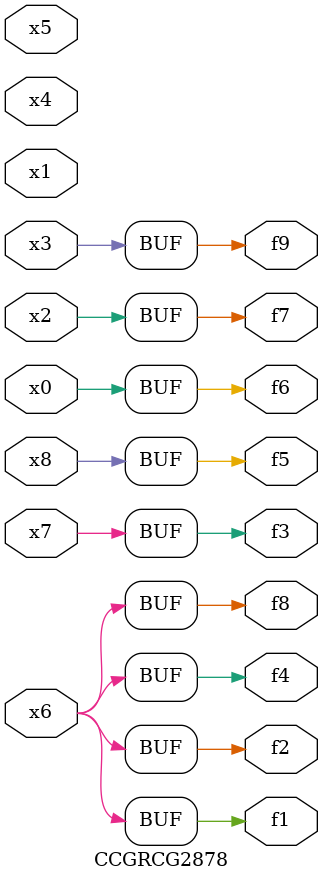
<source format=v>
module CCGRCG2878(
	input x0, x1, x2, x3, x4, x5, x6, x7, x8,
	output f1, f2, f3, f4, f5, f6, f7, f8, f9
);
	assign f1 = x6;
	assign f2 = x6;
	assign f3 = x7;
	assign f4 = x6;
	assign f5 = x8;
	assign f6 = x0;
	assign f7 = x2;
	assign f8 = x6;
	assign f9 = x3;
endmodule

</source>
